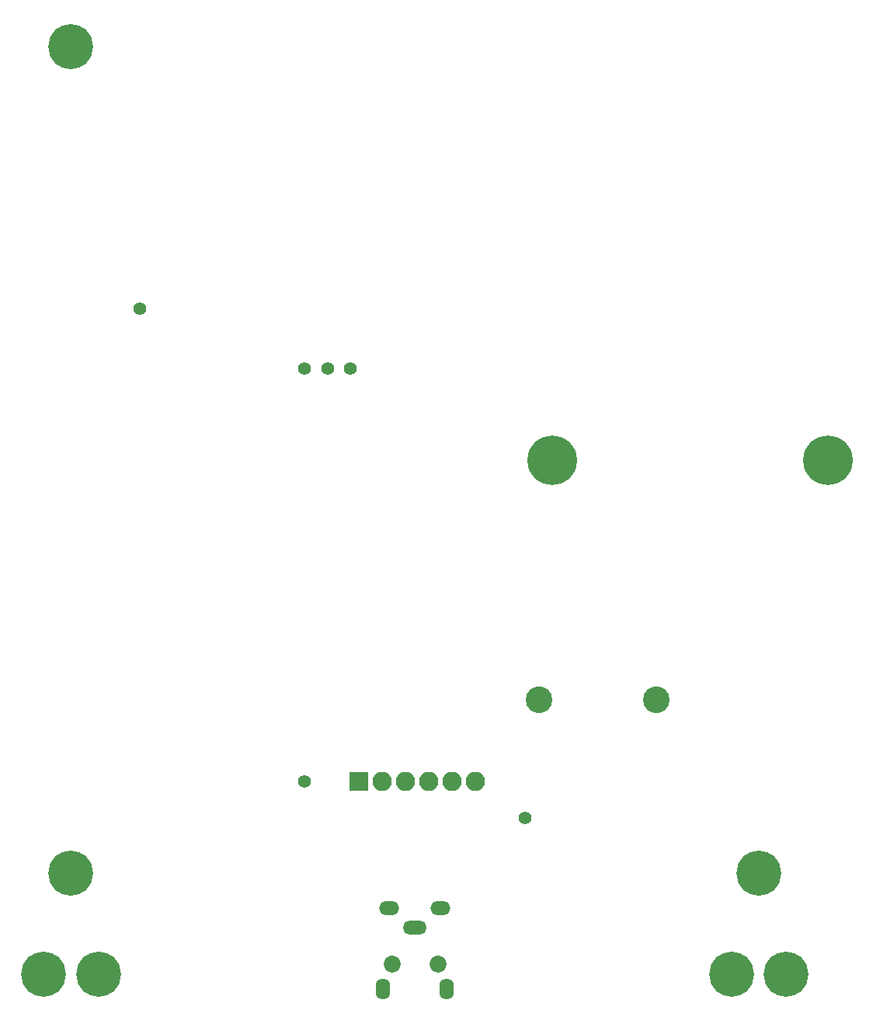
<source format=gbr>
G04 #@! TF.FileFunction,Soldermask,Bot*
%FSLAX46Y46*%
G04 Gerber Fmt 4.6, Leading zero omitted, Abs format (unit mm)*
G04 Created by KiCad (PCBNEW 4.0.7-e2-6376~61~ubuntu18.04.1) date Thu Aug  9 16:35:42 2018*
%MOMM*%
%LPD*%
G01*
G04 APERTURE LIST*
%ADD10C,0.100000*%
%ADD11O,2.200000X1.500000*%
%ADD12O,2.600000X1.500000*%
%ADD13R,2.100000X2.100000*%
%ADD14O,2.100000X2.100000*%
%ADD15C,1.400000*%
%ADD16C,1.850000*%
%ADD17O,1.600000X2.300000*%
%ADD18C,4.900000*%
%ADD19C,2.900000*%
%ADD20C,5.400000*%
G04 APERTURE END LIST*
D10*
D11*
X152200000Y-128750000D03*
X157800000Y-128750000D03*
D12*
X155000000Y-130900000D03*
D13*
X148920000Y-115000000D03*
D14*
X151460000Y-115000000D03*
X154000000Y-115000000D03*
X156540000Y-115000000D03*
X159080000Y-115000000D03*
X161620000Y-115000000D03*
D15*
X143000000Y-115000000D03*
X167000000Y-119000000D03*
X145500000Y-70000000D03*
X148000000Y-70000000D03*
X143000000Y-70000000D03*
X125000000Y-63500000D03*
D16*
X152500000Y-134900000D03*
X157500000Y-134900000D03*
D17*
X151500000Y-137600000D03*
X158500000Y-137600000D03*
D18*
X189500000Y-136000000D03*
X195500000Y-136000000D03*
X114500000Y-136000000D03*
X120500000Y-136000000D03*
X117500000Y-125000000D03*
X192500000Y-125000000D03*
X117500000Y-35000000D03*
D19*
X168500000Y-106100000D03*
X181300000Y-106100000D03*
D20*
X170000000Y-80000000D03*
X200000000Y-80000000D03*
M02*

</source>
